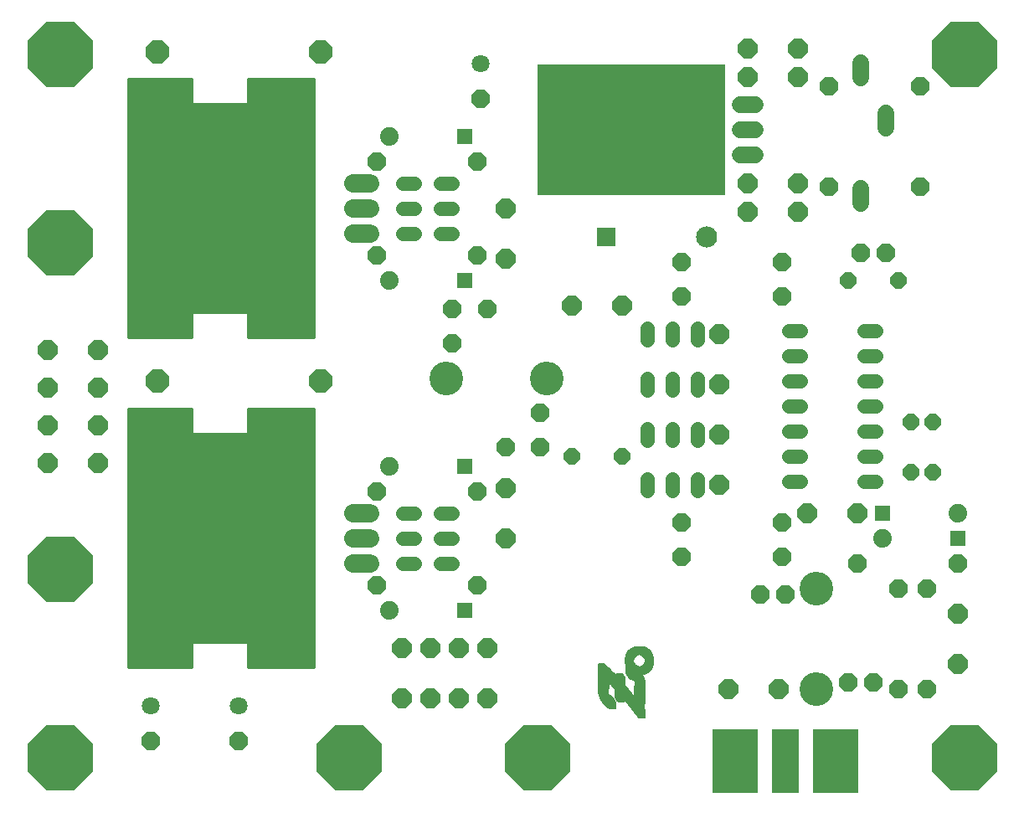
<source format=gts>
G75*
%MOIN*%
%OFA0B0*%
%FSLAX25Y25*%
%IPPOS*%
%LPD*%
%AMOC8*
5,1,8,0,0,1.08239X$1,22.5*
%
%ADD10C,0.05600*%
%ADD11OC8,0.07800*%
%ADD12C,0.06800*%
%ADD13R,0.62500X0.42500*%
%ADD14C,0.17800*%
%ADD15OC8,0.07400*%
%ADD16C,0.01200*%
%ADD17OC8,0.06400*%
%ADD18C,0.13398*%
%ADD19OC8,0.07100*%
%ADD20C,0.07100*%
%ADD21R,0.10800X0.25800*%
%ADD22R,0.18300X0.25800*%
%ADD23OC8,0.09400*%
%ADD24OC8,0.26200*%
%ADD25OC8,0.04562*%
%ADD26R,0.06400X0.06400*%
%ADD27C,0.07400*%
%ADD28C,0.07400*%
%ADD29C,0.19300*%
%ADD30R,0.75000X0.52000*%
%ADD31C,0.08400*%
%ADD32R,0.07800X0.07800*%
%ADD33C,0.00500*%
D10*
X0154100Y0155350D02*
X0158900Y0155350D01*
X0158900Y0165350D02*
X0154100Y0165350D01*
X0154100Y0175350D02*
X0158900Y0175350D01*
X0169100Y0175350D02*
X0173900Y0175350D01*
X0173900Y0165350D02*
X0169100Y0165350D01*
X0169100Y0155350D02*
X0173900Y0155350D01*
X0251500Y0184200D02*
X0251500Y0189000D01*
X0261500Y0189000D02*
X0261500Y0184200D01*
X0271500Y0184200D02*
X0271500Y0189000D01*
X0271500Y0204200D02*
X0271500Y0209000D01*
X0261500Y0209000D02*
X0261500Y0204200D01*
X0251500Y0204200D02*
X0251500Y0209000D01*
X0251500Y0224200D02*
X0251500Y0229000D01*
X0261500Y0229000D02*
X0261500Y0224200D01*
X0271500Y0224200D02*
X0271500Y0229000D01*
X0271500Y0244200D02*
X0271500Y0249000D01*
X0261500Y0249000D02*
X0261500Y0244200D01*
X0251500Y0244200D02*
X0251500Y0249000D01*
X0307850Y0247850D02*
X0312650Y0247850D01*
X0312650Y0237850D02*
X0307850Y0237850D01*
X0307850Y0227850D02*
X0312650Y0227850D01*
X0312650Y0217850D02*
X0307850Y0217850D01*
X0307850Y0207850D02*
X0312650Y0207850D01*
X0312650Y0197850D02*
X0307850Y0197850D01*
X0307850Y0187850D02*
X0312650Y0187850D01*
X0337850Y0187850D02*
X0342650Y0187850D01*
X0342650Y0197850D02*
X0337850Y0197850D01*
X0337850Y0207850D02*
X0342650Y0207850D01*
X0342650Y0217850D02*
X0337850Y0217850D01*
X0337850Y0227850D02*
X0342650Y0227850D01*
X0342650Y0237850D02*
X0337850Y0237850D01*
X0337850Y0247850D02*
X0342650Y0247850D01*
X0173900Y0286600D02*
X0169100Y0286600D01*
X0169100Y0296600D02*
X0173900Y0296600D01*
X0173900Y0306600D02*
X0169100Y0306600D01*
X0158900Y0306600D02*
X0154100Y0306600D01*
X0154100Y0296600D02*
X0158900Y0296600D01*
X0158900Y0286600D02*
X0154100Y0286600D01*
D11*
X0195250Y0276600D03*
X0195250Y0296600D03*
X0221500Y0257850D03*
X0241500Y0257850D03*
X0280250Y0246600D03*
X0280250Y0226600D03*
X0280250Y0206600D03*
X0280250Y0186600D03*
X0315250Y0175350D03*
X0335250Y0175350D03*
X0375250Y0135350D03*
X0375250Y0115350D03*
X0304000Y0105350D03*
X0284000Y0105350D03*
X0195250Y0165350D03*
X0195250Y0185350D03*
X0187750Y0121600D03*
X0176500Y0121600D03*
X0165250Y0121600D03*
X0154000Y0121600D03*
X0154000Y0101600D03*
X0165250Y0101600D03*
X0176500Y0101600D03*
X0187750Y0101600D03*
X0032750Y0195350D03*
X0032750Y0210350D03*
X0032750Y0225350D03*
X0032750Y0240350D03*
X0012750Y0240350D03*
X0012750Y0225350D03*
X0012750Y0210350D03*
X0012750Y0195350D03*
X0291500Y0295350D03*
X0291500Y0306600D03*
X0311500Y0306600D03*
X0311500Y0295350D03*
X0311500Y0349100D03*
X0311500Y0360350D03*
X0291500Y0360350D03*
X0291500Y0349100D03*
D12*
X0294500Y0337850D02*
X0288500Y0337850D01*
X0288500Y0327850D02*
X0294500Y0327850D01*
X0294500Y0317850D02*
X0288500Y0317850D01*
X0336500Y0304600D02*
X0336500Y0298600D01*
X0346500Y0328600D02*
X0346500Y0334600D01*
X0336500Y0348600D02*
X0336500Y0354600D01*
D13*
X0247750Y0327850D03*
D14*
X0230000Y0327850D03*
D15*
X0184000Y0315350D03*
X0144000Y0315350D03*
X0144000Y0277850D03*
X0174000Y0256600D03*
X0187750Y0256600D03*
X0174000Y0242850D03*
X0209000Y0215350D03*
X0209000Y0201600D03*
X0195250Y0201600D03*
X0184000Y0184100D03*
X0144000Y0184100D03*
X0144000Y0146600D03*
X0184000Y0146600D03*
X0265250Y0157850D03*
X0265250Y0171600D03*
X0296500Y0142850D03*
X0306500Y0142850D03*
X0305250Y0157850D03*
X0305250Y0171600D03*
X0335250Y0155350D03*
X0351500Y0145350D03*
X0362750Y0145350D03*
X0375250Y0155350D03*
X0362750Y0105350D03*
X0351500Y0105350D03*
X0341500Y0107850D03*
X0331500Y0107850D03*
X0305250Y0261600D03*
X0305250Y0275350D03*
X0336500Y0279100D03*
X0346500Y0279100D03*
X0360250Y0305350D03*
X0324000Y0305350D03*
X0324000Y0345350D03*
X0360250Y0345350D03*
X0265250Y0275350D03*
X0265250Y0261600D03*
X0184000Y0277850D03*
D16*
X0119000Y0277384D02*
X0045250Y0277384D01*
X0045250Y0278582D02*
X0119000Y0278582D01*
X0119000Y0279781D02*
X0045250Y0279781D01*
X0045250Y0280979D02*
X0119000Y0280979D01*
X0119000Y0282178D02*
X0045250Y0282178D01*
X0045250Y0283376D02*
X0119000Y0283376D01*
X0119000Y0284575D02*
X0045250Y0284575D01*
X0045250Y0285773D02*
X0119000Y0285773D01*
X0119000Y0286972D02*
X0045250Y0286972D01*
X0045250Y0288170D02*
X0119000Y0288170D01*
X0119000Y0289369D02*
X0045250Y0289369D01*
X0045250Y0290567D02*
X0119000Y0290567D01*
X0119000Y0291766D02*
X0045250Y0291766D01*
X0045250Y0292964D02*
X0119000Y0292964D01*
X0119000Y0294163D02*
X0045250Y0294163D01*
X0045250Y0295361D02*
X0119000Y0295361D01*
X0119000Y0296560D02*
X0045250Y0296560D01*
X0045250Y0297758D02*
X0119000Y0297758D01*
X0119000Y0298957D02*
X0045250Y0298957D01*
X0045250Y0300155D02*
X0119000Y0300155D01*
X0119000Y0301354D02*
X0045250Y0301354D01*
X0045250Y0302552D02*
X0119000Y0302552D01*
X0119000Y0303751D02*
X0045250Y0303751D01*
X0045250Y0304949D02*
X0119000Y0304949D01*
X0119000Y0306148D02*
X0045250Y0306148D01*
X0045250Y0307346D02*
X0119000Y0307346D01*
X0119000Y0308545D02*
X0045250Y0308545D01*
X0045250Y0309743D02*
X0119000Y0309743D01*
X0119000Y0310942D02*
X0045250Y0310942D01*
X0045250Y0312140D02*
X0119000Y0312140D01*
X0119000Y0313339D02*
X0045250Y0313339D01*
X0045250Y0314537D02*
X0119000Y0314537D01*
X0119000Y0315736D02*
X0045250Y0315736D01*
X0045250Y0316934D02*
X0119000Y0316934D01*
X0119000Y0318133D02*
X0045250Y0318133D01*
X0045250Y0319331D02*
X0119000Y0319331D01*
X0119000Y0320530D02*
X0045250Y0320530D01*
X0045250Y0321728D02*
X0119000Y0321728D01*
X0119000Y0322927D02*
X0045250Y0322927D01*
X0045250Y0324125D02*
X0119000Y0324125D01*
X0119000Y0325324D02*
X0045250Y0325324D01*
X0045250Y0326522D02*
X0119000Y0326522D01*
X0119000Y0327721D02*
X0045250Y0327721D01*
X0045250Y0328920D02*
X0119000Y0328920D01*
X0119000Y0330118D02*
X0045250Y0330118D01*
X0045250Y0331317D02*
X0119000Y0331317D01*
X0119000Y0332515D02*
X0045250Y0332515D01*
X0045250Y0333714D02*
X0119000Y0333714D01*
X0119000Y0334912D02*
X0045250Y0334912D01*
X0045250Y0336111D02*
X0119000Y0336111D01*
X0119000Y0337309D02*
X0045250Y0337309D01*
X0045250Y0338508D02*
X0070250Y0338508D01*
X0070250Y0337850D02*
X0092750Y0337850D01*
X0092750Y0347850D01*
X0119000Y0347850D01*
X0119000Y0245350D01*
X0092750Y0245350D01*
X0092750Y0255350D01*
X0070250Y0255350D01*
X0070250Y0245350D01*
X0045250Y0245350D01*
X0045250Y0347850D01*
X0070250Y0347850D01*
X0070250Y0337850D01*
X0070250Y0339706D02*
X0045250Y0339706D01*
X0045250Y0340905D02*
X0070250Y0340905D01*
X0070250Y0342103D02*
X0045250Y0342103D01*
X0045250Y0343302D02*
X0070250Y0343302D01*
X0070250Y0344500D02*
X0045250Y0344500D01*
X0045250Y0345699D02*
X0070250Y0345699D01*
X0070250Y0346897D02*
X0045250Y0346897D01*
X0092750Y0346897D02*
X0119000Y0346897D01*
X0119000Y0345699D02*
X0092750Y0345699D01*
X0092750Y0344500D02*
X0119000Y0344500D01*
X0119000Y0343302D02*
X0092750Y0343302D01*
X0092750Y0342103D02*
X0119000Y0342103D01*
X0119000Y0340905D02*
X0092750Y0340905D01*
X0092750Y0339706D02*
X0119000Y0339706D01*
X0119000Y0338508D02*
X0092750Y0338508D01*
X0119000Y0276185D02*
X0045250Y0276185D01*
X0045250Y0274987D02*
X0119000Y0274987D01*
X0119000Y0273788D02*
X0045250Y0273788D01*
X0045250Y0272589D02*
X0119000Y0272589D01*
X0119000Y0271391D02*
X0045250Y0271391D01*
X0045250Y0270192D02*
X0119000Y0270192D01*
X0119000Y0268994D02*
X0045250Y0268994D01*
X0045250Y0267795D02*
X0119000Y0267795D01*
X0119000Y0266597D02*
X0045250Y0266597D01*
X0045250Y0265398D02*
X0119000Y0265398D01*
X0119000Y0264200D02*
X0045250Y0264200D01*
X0045250Y0263001D02*
X0119000Y0263001D01*
X0119000Y0261803D02*
X0045250Y0261803D01*
X0045250Y0260604D02*
X0119000Y0260604D01*
X0119000Y0259406D02*
X0045250Y0259406D01*
X0045250Y0258207D02*
X0119000Y0258207D01*
X0119000Y0257009D02*
X0045250Y0257009D01*
X0045250Y0255810D02*
X0119000Y0255810D01*
X0119000Y0254612D02*
X0092750Y0254612D01*
X0092750Y0253413D02*
X0119000Y0253413D01*
X0119000Y0252215D02*
X0092750Y0252215D01*
X0092750Y0251016D02*
X0119000Y0251016D01*
X0119000Y0249818D02*
X0092750Y0249818D01*
X0092750Y0248619D02*
X0119000Y0248619D01*
X0119000Y0247421D02*
X0092750Y0247421D01*
X0092750Y0246222D02*
X0119000Y0246222D01*
X0119000Y0216600D02*
X0092750Y0216600D01*
X0092750Y0206600D01*
X0070250Y0206600D01*
X0070250Y0216600D01*
X0045250Y0216600D01*
X0045250Y0114100D01*
X0070250Y0114100D01*
X0070250Y0124100D01*
X0092750Y0124100D01*
X0092750Y0114100D01*
X0119000Y0114100D01*
X0119000Y0216600D01*
X0119000Y0216259D02*
X0092750Y0216259D01*
X0092750Y0215061D02*
X0119000Y0215061D01*
X0119000Y0213862D02*
X0092750Y0213862D01*
X0092750Y0212664D02*
X0119000Y0212664D01*
X0119000Y0211465D02*
X0092750Y0211465D01*
X0092750Y0210267D02*
X0119000Y0210267D01*
X0119000Y0209068D02*
X0092750Y0209068D01*
X0092750Y0207870D02*
X0119000Y0207870D01*
X0119000Y0206671D02*
X0092750Y0206671D01*
X0070250Y0206671D02*
X0045250Y0206671D01*
X0045250Y0205473D02*
X0119000Y0205473D01*
X0119000Y0204274D02*
X0045250Y0204274D01*
X0045250Y0203076D02*
X0119000Y0203076D01*
X0119000Y0201877D02*
X0045250Y0201877D01*
X0045250Y0200679D02*
X0119000Y0200679D01*
X0119000Y0199480D02*
X0045250Y0199480D01*
X0045250Y0198282D02*
X0119000Y0198282D01*
X0119000Y0197083D02*
X0045250Y0197083D01*
X0045250Y0195885D02*
X0119000Y0195885D01*
X0119000Y0194686D02*
X0045250Y0194686D01*
X0045250Y0193488D02*
X0119000Y0193488D01*
X0119000Y0192289D02*
X0045250Y0192289D01*
X0045250Y0191091D02*
X0119000Y0191091D01*
X0119000Y0189892D02*
X0045250Y0189892D01*
X0045250Y0188694D02*
X0119000Y0188694D01*
X0119000Y0187495D02*
X0045250Y0187495D01*
X0045250Y0186297D02*
X0119000Y0186297D01*
X0119000Y0185098D02*
X0045250Y0185098D01*
X0045250Y0183900D02*
X0119000Y0183900D01*
X0119000Y0182701D02*
X0045250Y0182701D01*
X0045250Y0181503D02*
X0119000Y0181503D01*
X0119000Y0180304D02*
X0045250Y0180304D01*
X0045250Y0179106D02*
X0119000Y0179106D01*
X0119000Y0177907D02*
X0045250Y0177907D01*
X0045250Y0176709D02*
X0119000Y0176709D01*
X0119000Y0175510D02*
X0045250Y0175510D01*
X0045250Y0174312D02*
X0119000Y0174312D01*
X0119000Y0173113D02*
X0045250Y0173113D01*
X0045250Y0171915D02*
X0119000Y0171915D01*
X0119000Y0170716D02*
X0045250Y0170716D01*
X0045250Y0169518D02*
X0119000Y0169518D01*
X0119000Y0168319D02*
X0045250Y0168319D01*
X0045250Y0167120D02*
X0119000Y0167120D01*
X0119000Y0165922D02*
X0045250Y0165922D01*
X0045250Y0164723D02*
X0119000Y0164723D01*
X0119000Y0163525D02*
X0045250Y0163525D01*
X0045250Y0162326D02*
X0119000Y0162326D01*
X0119000Y0161128D02*
X0045250Y0161128D01*
X0045250Y0159929D02*
X0119000Y0159929D01*
X0119000Y0158731D02*
X0045250Y0158731D01*
X0045250Y0157532D02*
X0119000Y0157532D01*
X0119000Y0156334D02*
X0045250Y0156334D01*
X0045250Y0155135D02*
X0119000Y0155135D01*
X0119000Y0153937D02*
X0045250Y0153937D01*
X0045250Y0152738D02*
X0119000Y0152738D01*
X0119000Y0151540D02*
X0045250Y0151540D01*
X0045250Y0150341D02*
X0119000Y0150341D01*
X0119000Y0149143D02*
X0045250Y0149143D01*
X0045250Y0147944D02*
X0119000Y0147944D01*
X0119000Y0146746D02*
X0045250Y0146746D01*
X0045250Y0145547D02*
X0119000Y0145547D01*
X0119000Y0144349D02*
X0045250Y0144349D01*
X0045250Y0143150D02*
X0119000Y0143150D01*
X0119000Y0141952D02*
X0045250Y0141952D01*
X0045250Y0140753D02*
X0119000Y0140753D01*
X0119000Y0139555D02*
X0045250Y0139555D01*
X0045250Y0138356D02*
X0119000Y0138356D01*
X0119000Y0137158D02*
X0045250Y0137158D01*
X0045250Y0135959D02*
X0119000Y0135959D01*
X0119000Y0134761D02*
X0045250Y0134761D01*
X0045250Y0133562D02*
X0119000Y0133562D01*
X0119000Y0132364D02*
X0045250Y0132364D01*
X0045250Y0131165D02*
X0119000Y0131165D01*
X0119000Y0129967D02*
X0045250Y0129967D01*
X0045250Y0128768D02*
X0119000Y0128768D01*
X0119000Y0127570D02*
X0045250Y0127570D01*
X0045250Y0126371D02*
X0119000Y0126371D01*
X0119000Y0125173D02*
X0045250Y0125173D01*
X0045250Y0123974D02*
X0070250Y0123974D01*
X0070250Y0122776D02*
X0045250Y0122776D01*
X0045250Y0121577D02*
X0070250Y0121577D01*
X0070250Y0120379D02*
X0045250Y0120379D01*
X0045250Y0119180D02*
X0070250Y0119180D01*
X0070250Y0117982D02*
X0045250Y0117982D01*
X0045250Y0116783D02*
X0070250Y0116783D01*
X0070250Y0115584D02*
X0045250Y0115584D01*
X0045250Y0114386D02*
X0070250Y0114386D01*
X0092750Y0114386D02*
X0119000Y0114386D01*
X0119000Y0115584D02*
X0092750Y0115584D01*
X0092750Y0116783D02*
X0119000Y0116783D01*
X0119000Y0117982D02*
X0092750Y0117982D01*
X0092750Y0119180D02*
X0119000Y0119180D01*
X0119000Y0120379D02*
X0092750Y0120379D01*
X0092750Y0121577D02*
X0119000Y0121577D01*
X0119000Y0122776D02*
X0092750Y0122776D01*
X0092750Y0123974D02*
X0119000Y0123974D01*
X0070250Y0207870D02*
X0045250Y0207870D01*
X0045250Y0209068D02*
X0070250Y0209068D01*
X0070250Y0210267D02*
X0045250Y0210267D01*
X0045250Y0211465D02*
X0070250Y0211465D01*
X0070250Y0212664D02*
X0045250Y0212664D01*
X0045250Y0213862D02*
X0070250Y0213862D01*
X0070250Y0215061D02*
X0045250Y0215061D01*
X0045250Y0216259D02*
X0070250Y0216259D01*
X0070250Y0246222D02*
X0045250Y0246222D01*
X0045250Y0247421D02*
X0070250Y0247421D01*
X0070250Y0248619D02*
X0045250Y0248619D01*
X0045250Y0249818D02*
X0070250Y0249818D01*
X0070250Y0251016D02*
X0045250Y0251016D01*
X0045250Y0252215D02*
X0070250Y0252215D01*
X0070250Y0253413D02*
X0045250Y0253413D01*
X0045250Y0254612D02*
X0070250Y0254612D01*
D17*
X0221500Y0197850D03*
X0241500Y0197850D03*
X0331500Y0267850D03*
X0351500Y0267850D03*
X0356500Y0211600D03*
X0365250Y0211600D03*
X0365250Y0191600D03*
X0356500Y0191600D03*
D18*
X0319000Y0145350D03*
X0319000Y0105350D03*
X0211500Y0229100D03*
X0171500Y0229100D03*
D19*
X0185250Y0340225D03*
X0089000Y0084600D03*
X0054000Y0084600D03*
D20*
X0054000Y0098600D03*
X0089000Y0098600D03*
X0185250Y0354225D03*
D21*
X0306500Y0076600D03*
D22*
X0286500Y0076600D03*
X0326500Y0076600D03*
D23*
X0121500Y0227850D03*
X0056500Y0227850D03*
X0056500Y0359100D03*
X0121500Y0359100D03*
D24*
X0017750Y0357850D03*
X0017750Y0282850D03*
X0017750Y0152850D03*
X0017750Y0077850D03*
X0132750Y0077850D03*
X0207750Y0077850D03*
X0377750Y0077850D03*
X0377750Y0357850D03*
D25*
X0017750Y0067850D03*
X0010875Y0070975D03*
X0007750Y0077850D03*
X0010875Y0084725D03*
X0017750Y0087850D03*
X0024625Y0084725D03*
X0027750Y0077850D03*
X0024625Y0070975D03*
X0017750Y0142850D03*
X0010875Y0145975D03*
X0007750Y0152850D03*
X0010875Y0159725D03*
X0017750Y0162850D03*
X0024625Y0159725D03*
X0027750Y0152850D03*
X0024625Y0145975D03*
X0125875Y0084725D03*
X0122750Y0077850D03*
X0125875Y0070975D03*
X0132750Y0067850D03*
X0139625Y0070975D03*
X0142750Y0077850D03*
X0139625Y0084725D03*
X0132750Y0087850D03*
X0197750Y0077850D03*
X0200875Y0070975D03*
X0207750Y0067850D03*
X0214625Y0070975D03*
X0217750Y0077850D03*
X0214625Y0084725D03*
X0207750Y0087850D03*
X0200875Y0084725D03*
X0367750Y0077850D03*
X0370875Y0070975D03*
X0377750Y0067850D03*
X0384625Y0070975D03*
X0387750Y0077850D03*
X0384625Y0084725D03*
X0377750Y0087850D03*
X0370875Y0084725D03*
X0377750Y0347850D03*
X0370875Y0350975D03*
X0367750Y0357850D03*
X0370875Y0364725D03*
X0377750Y0367850D03*
X0384625Y0364725D03*
X0387750Y0357850D03*
X0384625Y0350975D03*
X0027750Y0357850D03*
X0024625Y0350975D03*
X0017750Y0347850D03*
X0010875Y0350975D03*
X0007750Y0357850D03*
X0010875Y0364725D03*
X0017750Y0367850D03*
X0024625Y0364725D03*
X0017750Y0292850D03*
X0010875Y0289725D03*
X0007750Y0282850D03*
X0010875Y0275975D03*
X0017750Y0272850D03*
X0024625Y0275975D03*
X0027750Y0282850D03*
X0024625Y0289725D03*
D26*
X0179000Y0267850D03*
X0179000Y0325350D03*
X0179000Y0194100D03*
X0179000Y0136600D03*
X0345250Y0175350D03*
X0375250Y0165350D03*
D27*
X0375250Y0175350D03*
X0345250Y0165350D03*
X0149000Y0136600D03*
X0149000Y0194100D03*
X0149000Y0267850D03*
X0149000Y0325350D03*
D28*
X0141050Y0306600D02*
X0134450Y0306600D01*
X0134450Y0296600D02*
X0141050Y0296600D01*
X0141050Y0286600D02*
X0134450Y0286600D01*
X0134450Y0175350D02*
X0141050Y0175350D01*
X0141050Y0165350D02*
X0134450Y0165350D01*
X0134450Y0155350D02*
X0141050Y0155350D01*
D29*
X0069000Y0165350D03*
X0069000Y0296600D03*
D30*
X0245250Y0327850D03*
D31*
X0275250Y0285350D03*
D32*
X0235250Y0285350D03*
D33*
X0247200Y0121975D02*
X0249600Y0121975D01*
X0249675Y0121950D01*
X0249850Y0121950D01*
X0249950Y0121925D01*
X0250025Y0121925D01*
X0250125Y0121900D01*
X0250200Y0121875D01*
X0250300Y0121875D01*
X0250400Y0121850D01*
X0250475Y0121825D01*
X0250775Y0121750D01*
X0250850Y0121700D01*
X0250950Y0121675D01*
X0251050Y0121650D01*
X0251125Y0121600D01*
X0251225Y0121575D01*
X0251300Y0121525D01*
X0251400Y0121475D01*
X0251475Y0121450D01*
X0251575Y0121400D01*
X0251725Y0121300D01*
X0251825Y0121250D01*
X0251900Y0121200D01*
X0251975Y0121125D01*
X0252125Y0121025D01*
X0252200Y0120950D01*
X0252275Y0120900D01*
X0252425Y0120750D01*
X0252500Y0120700D01*
X0252575Y0120625D01*
X0252625Y0120550D01*
X0252700Y0120475D01*
X0252750Y0120400D01*
X0252825Y0120325D01*
X0252925Y0120175D01*
X0253000Y0120100D01*
X0253050Y0120000D01*
X0253150Y0119850D01*
X0253175Y0119775D01*
X0253225Y0119675D01*
X0253275Y0119600D01*
X0253325Y0119500D01*
X0253350Y0119425D01*
X0253400Y0119325D01*
X0253425Y0119250D01*
X0253450Y0119150D01*
X0253500Y0119050D01*
X0253525Y0118975D01*
X0253575Y0118775D01*
X0253600Y0118700D01*
X0253675Y0118400D01*
X0253675Y0118325D01*
X0253700Y0118225D01*
X0253700Y0118125D01*
X0253725Y0118025D01*
X0253725Y0117925D01*
X0253750Y0117825D01*
X0253750Y0116225D01*
X0250850Y0116225D01*
X0250850Y0116275D01*
X0250900Y0116425D01*
X0250925Y0116525D01*
X0250925Y0116575D01*
X0250950Y0116625D01*
X0250875Y0116925D01*
X0250850Y0117000D01*
X0250800Y0117200D01*
X0250750Y0117300D01*
X0250725Y0117375D01*
X0250675Y0117475D01*
X0250650Y0117575D01*
X0250600Y0117650D01*
X0250550Y0117750D01*
X0250450Y0117900D01*
X0250375Y0118000D01*
X0250325Y0118075D01*
X0250250Y0118150D01*
X0250200Y0118225D01*
X0250050Y0118375D01*
X0249975Y0118425D01*
X0249900Y0118500D01*
X0249825Y0118550D01*
X0249750Y0118625D01*
X0249675Y0118675D01*
X0249575Y0118725D01*
X0249500Y0118775D01*
X0249400Y0118825D01*
X0249325Y0118875D01*
X0249225Y0118925D01*
X0249150Y0118950D01*
X0249050Y0119000D01*
X0248850Y0119050D01*
X0248775Y0119075D01*
X0248475Y0119150D01*
X0248400Y0119175D01*
X0248350Y0119150D01*
X0248300Y0119150D01*
X0247900Y0119050D01*
X0247825Y0119025D01*
X0247725Y0118975D01*
X0247625Y0118950D01*
X0247550Y0118900D01*
X0247450Y0118850D01*
X0247375Y0118825D01*
X0247275Y0118775D01*
X0247125Y0118675D01*
X0247025Y0118600D01*
X0246950Y0118550D01*
X0246875Y0118475D01*
X0246800Y0118425D01*
X0246525Y0118150D01*
X0246475Y0118075D01*
X0246400Y0117975D01*
X0246250Y0117750D01*
X0246200Y0117650D01*
X0246150Y0117575D01*
X0246125Y0117475D01*
X0246075Y0117400D01*
X0246050Y0117325D01*
X0246000Y0117225D01*
X0245975Y0117150D01*
X0245950Y0117050D01*
X0245925Y0116975D01*
X0245900Y0116875D01*
X0245875Y0116800D01*
X0245850Y0116700D01*
X0245850Y0116625D01*
X0245875Y0116550D01*
X0245875Y0116450D01*
X0245900Y0116375D01*
X0245925Y0116275D01*
X0245950Y0116225D01*
X0243025Y0116225D01*
X0243025Y0117725D01*
X0243050Y0117825D01*
X0243050Y0118025D01*
X0243100Y0118225D01*
X0243100Y0118325D01*
X0243125Y0118425D01*
X0243150Y0118500D01*
X0243300Y0119100D01*
X0243325Y0119175D01*
X0243375Y0119275D01*
X0243400Y0119375D01*
X0243450Y0119450D01*
X0243500Y0119550D01*
X0243525Y0119650D01*
X0243575Y0119725D01*
X0243625Y0119825D01*
X0243725Y0119975D01*
X0243775Y0120075D01*
X0243850Y0120150D01*
X0243900Y0120225D01*
X0243950Y0120325D01*
X0244025Y0120400D01*
X0244075Y0120475D01*
X0244275Y0120675D01*
X0244350Y0120725D01*
X0244400Y0120800D01*
X0244475Y0120875D01*
X0244625Y0120975D01*
X0244700Y0121050D01*
X0244850Y0121150D01*
X0244925Y0121225D01*
X0245000Y0121275D01*
X0245100Y0121325D01*
X0245250Y0121425D01*
X0245350Y0121450D01*
X0245425Y0121500D01*
X0245525Y0121550D01*
X0245600Y0121575D01*
X0245700Y0121625D01*
X0245775Y0121650D01*
X0245825Y0121675D01*
X0250950Y0121675D01*
X0245825Y0121675D01*
X0245875Y0121700D01*
X0245975Y0121725D01*
X0246050Y0121750D01*
X0246350Y0121825D01*
X0246425Y0121850D01*
X0246625Y0121900D01*
X0246725Y0121900D01*
X0246825Y0121925D01*
X0246900Y0121925D01*
X0247000Y0121950D01*
X0247100Y0121950D01*
X0247200Y0121975D01*
X0245824Y0121674D02*
X0250953Y0121674D01*
X0251924Y0121176D02*
X0244876Y0121176D01*
X0244278Y0120677D02*
X0252523Y0120677D01*
X0252922Y0120179D02*
X0243869Y0120179D01*
X0243545Y0119680D02*
X0253222Y0119680D01*
X0253442Y0119182D02*
X0243328Y0119182D01*
X0243196Y0118683D02*
X0247137Y0118683D01*
X0246560Y0118185D02*
X0243090Y0118185D01*
X0243025Y0117686D02*
X0246218Y0117686D01*
X0245988Y0117188D02*
X0243025Y0117188D01*
X0243025Y0116689D02*
X0245850Y0116689D01*
X0245950Y0116225D02*
X0245950Y0116200D01*
X0245975Y0116100D01*
X0246025Y0116000D01*
X0246050Y0115925D01*
X0246075Y0115825D01*
X0246125Y0115750D01*
X0246175Y0115650D01*
X0246225Y0115575D01*
X0246275Y0115475D01*
X0246475Y0115175D01*
X0246550Y0115100D01*
X0246600Y0115025D01*
X0246750Y0114875D01*
X0246825Y0114825D01*
X0246900Y0114750D01*
X0247050Y0114650D01*
X0247125Y0114575D01*
X0247200Y0114525D01*
X0247300Y0114475D01*
X0247375Y0114425D01*
X0247475Y0114400D01*
X0247550Y0114350D01*
X0247650Y0114300D01*
X0247725Y0114275D01*
X0247825Y0114250D01*
X0247925Y0114200D01*
X0248000Y0114175D01*
X0248300Y0114100D01*
X0248475Y0114100D01*
X0248550Y0114125D01*
X0248750Y0114175D01*
X0248825Y0114200D01*
X0249025Y0114250D01*
X0249125Y0114300D01*
X0249200Y0114325D01*
X0249300Y0114375D01*
X0249375Y0114425D01*
X0249475Y0114475D01*
X0249625Y0114575D01*
X0249725Y0114625D01*
X0249800Y0114675D01*
X0249875Y0114750D01*
X0249950Y0114800D01*
X0250100Y0114950D01*
X0250175Y0115000D01*
X0250225Y0115075D01*
X0250300Y0115150D01*
X0250350Y0115225D01*
X0250400Y0115325D01*
X0250475Y0115400D01*
X0250575Y0115550D01*
X0250625Y0115650D01*
X0250650Y0115725D01*
X0250700Y0115825D01*
X0250725Y0115925D01*
X0250775Y0116000D01*
X0250800Y0116100D01*
X0250825Y0116175D01*
X0250850Y0116225D01*
X0253750Y0116225D01*
X0253750Y0115400D01*
X0253725Y0115300D01*
X0253725Y0115200D01*
X0253700Y0115100D01*
X0253700Y0115000D01*
X0253675Y0114925D01*
X0253650Y0114825D01*
X0253650Y0114725D01*
X0253575Y0114425D01*
X0253550Y0114350D01*
X0253500Y0114250D01*
X0253450Y0114050D01*
X0253400Y0113975D01*
X0253375Y0113875D01*
X0253325Y0113775D01*
X0253300Y0113700D01*
X0253250Y0113600D01*
X0253200Y0113525D01*
X0253150Y0113425D01*
X0253050Y0113275D01*
X0253000Y0113175D01*
X0252950Y0113100D01*
X0252875Y0113025D01*
X0252775Y0112875D01*
X0252700Y0112800D01*
X0252650Y0112725D01*
X0252225Y0112300D01*
X0252150Y0112250D01*
X0252075Y0112175D01*
X0251975Y0112125D01*
X0251750Y0111975D01*
X0251650Y0111925D01*
X0251575Y0111875D01*
X0251475Y0111825D01*
X0251325Y0111725D01*
X0251225Y0111700D01*
X0251125Y0111650D01*
X0251050Y0111625D01*
X0250950Y0111575D01*
X0250850Y0111550D01*
X0250775Y0111525D01*
X0250575Y0111475D01*
X0250500Y0111425D01*
X0250400Y0111425D01*
X0250100Y0111350D01*
X0250000Y0111350D01*
X0249925Y0111325D01*
X0249825Y0111300D01*
X0249625Y0111300D01*
X0249525Y0111275D01*
X0249175Y0111275D01*
X0249200Y0111200D01*
X0249250Y0111150D01*
X0249400Y0110925D01*
X0249450Y0110825D01*
X0249550Y0110675D01*
X0249600Y0110575D01*
X0249700Y0110425D01*
X0249750Y0110325D01*
X0249800Y0110250D01*
X0249825Y0110175D01*
X0249875Y0110075D01*
X0249925Y0110000D01*
X0249950Y0109900D01*
X0250000Y0109825D01*
X0250050Y0109725D01*
X0250075Y0109650D01*
X0250125Y0109550D01*
X0250150Y0109450D01*
X0250175Y0109375D01*
X0250225Y0109275D01*
X0250250Y0109175D01*
X0250275Y0109100D01*
X0250300Y0109000D01*
X0250350Y0108900D01*
X0250425Y0108600D01*
X0250450Y0108525D01*
X0250450Y0108425D01*
X0250525Y0108125D01*
X0250525Y0108025D01*
X0250550Y0107925D01*
X0250550Y0107825D01*
X0250575Y0107725D01*
X0250575Y0107525D01*
X0250600Y0107425D01*
X0250600Y0104600D01*
X0250575Y0104500D01*
X0250575Y0103925D01*
X0250550Y0103825D01*
X0250550Y0103350D01*
X0250525Y0103250D01*
X0250525Y0102650D01*
X0250500Y0102575D01*
X0250500Y0101975D01*
X0250475Y0101875D01*
X0250475Y0101300D01*
X0250450Y0101200D01*
X0250450Y0100800D01*
X0250425Y0100700D01*
X0250425Y0100300D01*
X0250400Y0100200D01*
X0250400Y0100000D01*
X0250375Y0099900D01*
X0250375Y0099525D01*
X0250350Y0099425D01*
X0250350Y0098925D01*
X0250325Y0098825D01*
X0250325Y0097475D01*
X0250350Y0097400D01*
X0250350Y0097200D01*
X0250375Y0097125D01*
X0250375Y0097025D01*
X0250400Y0096950D01*
X0250400Y0096850D01*
X0250425Y0096750D01*
X0250425Y0096675D01*
X0250475Y0096475D01*
X0250500Y0096400D01*
X0250500Y0096300D01*
X0250525Y0096200D01*
X0250575Y0096050D01*
X0250575Y0095975D01*
X0250600Y0095925D01*
X0250600Y0094175D01*
X0250525Y0093950D01*
X0250475Y0093900D01*
X0250400Y0093875D01*
X0250350Y0093850D01*
X0248775Y0093850D01*
X0248575Y0093900D01*
X0248425Y0094000D01*
X0248375Y0094050D01*
X0248300Y0094100D01*
X0248250Y0094150D01*
X0248175Y0094200D01*
X0248125Y0094275D01*
X0247975Y0094425D01*
X0247925Y0094500D01*
X0247850Y0094575D01*
X0247750Y0094725D01*
X0247675Y0094800D01*
X0247625Y0094875D01*
X0247550Y0094950D01*
X0247450Y0095100D01*
X0247375Y0095200D01*
X0247275Y0095350D01*
X0247200Y0095425D01*
X0247100Y0095575D01*
X0247025Y0095650D01*
X0246975Y0095725D01*
X0246900Y0095825D01*
X0246800Y0095975D01*
X0246725Y0096050D01*
X0246675Y0096125D01*
X0246600Y0096200D01*
X0246550Y0096275D01*
X0246500Y0096375D01*
X0246425Y0096450D01*
X0246375Y0096525D01*
X0246300Y0096600D01*
X0246250Y0096675D01*
X0246175Y0096750D01*
X0246075Y0096900D01*
X0246000Y0097000D01*
X0245950Y0097075D01*
X0245875Y0097150D01*
X0245825Y0097225D01*
X0245750Y0097300D01*
X0245650Y0097450D01*
X0245575Y0097525D01*
X0245525Y0097625D01*
X0245450Y0097700D01*
X0245400Y0097775D01*
X0245325Y0097850D01*
X0245275Y0097925D01*
X0245200Y0098000D01*
X0245150Y0098075D01*
X0245075Y0098150D01*
X0245025Y0098250D01*
X0244950Y0098325D01*
X0244900Y0098400D01*
X0244825Y0098475D01*
X0244725Y0098625D01*
X0244650Y0098700D01*
X0244600Y0098775D01*
X0244525Y0098850D01*
X0244475Y0098925D01*
X0244400Y0099000D01*
X0244350Y0099100D01*
X0244275Y0099175D01*
X0244225Y0099250D01*
X0244150Y0099325D01*
X0244100Y0099400D01*
X0244025Y0099475D01*
X0243975Y0099550D01*
X0243900Y0099625D01*
X0243850Y0099700D01*
X0243775Y0099775D01*
X0243725Y0099850D01*
X0243650Y0099925D01*
X0243600Y0100000D01*
X0243525Y0100075D01*
X0243475Y0100175D01*
X0243400Y0100250D01*
X0243350Y0100325D01*
X0243275Y0100400D01*
X0243225Y0100475D01*
X0243150Y0100550D01*
X0243100Y0100625D01*
X0242950Y0100775D01*
X0242900Y0100850D01*
X0242825Y0100925D01*
X0242775Y0101000D01*
X0242700Y0101075D01*
X0242650Y0101150D01*
X0242575Y0101225D01*
X0242525Y0101300D01*
X0242450Y0101375D01*
X0242400Y0101450D01*
X0242325Y0101525D01*
X0242300Y0101575D01*
X0242250Y0101625D01*
X0242250Y0100600D01*
X0242225Y0100550D01*
X0242175Y0100475D01*
X0242125Y0100425D01*
X0242050Y0100375D01*
X0241975Y0100350D01*
X0240325Y0100350D01*
X0240225Y0100375D01*
X0240150Y0100400D01*
X0240075Y0100450D01*
X0239975Y0100475D01*
X0239825Y0100575D01*
X0239775Y0100650D01*
X0239700Y0100700D01*
X0239625Y0100775D01*
X0239575Y0100850D01*
X0239500Y0100925D01*
X0239400Y0101075D01*
X0239325Y0101150D01*
X0239300Y0101225D01*
X0239250Y0101325D01*
X0239200Y0101400D01*
X0239175Y0101500D01*
X0239125Y0101600D01*
X0239100Y0101675D01*
X0239050Y0101875D01*
X0239025Y0101950D01*
X0239000Y0102050D01*
X0239000Y0102150D01*
X0238975Y0102250D01*
X0238975Y0105400D01*
X0238900Y0105450D01*
X0238850Y0105525D01*
X0238600Y0105775D01*
X0238550Y0105850D01*
X0238475Y0105925D01*
X0238400Y0105975D01*
X0238325Y0106050D01*
X0238275Y0106125D01*
X0238050Y0106350D01*
X0238000Y0106425D01*
X0237925Y0106500D01*
X0237850Y0106550D01*
X0237700Y0106700D01*
X0237650Y0106775D01*
X0237500Y0106925D01*
X0237425Y0106975D01*
X0237375Y0107050D01*
X0237150Y0107275D01*
X0237100Y0107350D01*
X0237025Y0107400D01*
X0236800Y0107625D01*
X0236750Y0107700D01*
X0236675Y0107775D01*
X0236600Y0107825D01*
X0236450Y0107975D01*
X0236400Y0108050D01*
X0236325Y0108100D01*
X0236250Y0108175D01*
X0236200Y0108250D01*
X0236200Y0108175D01*
X0236175Y0108075D01*
X0236175Y0107700D01*
X0236150Y0107600D01*
X0236150Y0107200D01*
X0236125Y0107100D01*
X0236125Y0106825D01*
X0236100Y0106725D01*
X0236100Y0106525D01*
X0236075Y0106425D01*
X0236075Y0106150D01*
X0236050Y0106050D01*
X0236050Y0105675D01*
X0236025Y0105575D01*
X0236025Y0105275D01*
X0236000Y0105175D01*
X0236000Y0104900D01*
X0235975Y0104800D01*
X0235975Y0104425D01*
X0235950Y0104325D01*
X0235950Y0103950D01*
X0235925Y0103850D01*
X0235925Y0103650D01*
X0235950Y0103575D01*
X0235950Y0103475D01*
X0236000Y0103275D01*
X0236025Y0103200D01*
X0236050Y0103100D01*
X0236100Y0103025D01*
X0236175Y0102950D01*
X0236225Y0102875D01*
X0236300Y0102825D01*
X0236400Y0102775D01*
X0236625Y0102700D01*
X0236700Y0102650D01*
X0236800Y0102625D01*
X0236875Y0102600D01*
X0236975Y0102575D01*
X0237350Y0102325D01*
X0237725Y0101950D01*
X0237875Y0101725D01*
X0237925Y0101675D01*
X0238025Y0101525D01*
X0238075Y0101425D01*
X0238175Y0101275D01*
X0238225Y0101175D01*
X0238325Y0101025D01*
X0238375Y0100925D01*
X0238400Y0100850D01*
X0238450Y0100750D01*
X0238500Y0100675D01*
X0238525Y0100575D01*
X0238575Y0100500D01*
X0238600Y0100400D01*
X0238650Y0100325D01*
X0238700Y0100125D01*
X0238725Y0100050D01*
X0238825Y0099650D01*
X0238825Y0097875D01*
X0238775Y0097800D01*
X0238750Y0097725D01*
X0238600Y0097625D01*
X0236875Y0097625D01*
X0236575Y0097700D01*
X0236500Y0097725D01*
X0236400Y0097775D01*
X0236300Y0097800D01*
X0236150Y0097900D01*
X0236050Y0097950D01*
X0235900Y0098050D01*
X0235800Y0098100D01*
X0235725Y0098175D01*
X0235575Y0098275D01*
X0235500Y0098350D01*
X0235425Y0098400D01*
X0235350Y0098475D01*
X0235275Y0098525D01*
X0235200Y0098600D01*
X0235125Y0098650D01*
X0234700Y0099075D01*
X0234650Y0099150D01*
X0234450Y0099350D01*
X0234400Y0099425D01*
X0234325Y0099500D01*
X0234275Y0099575D01*
X0234200Y0099675D01*
X0234150Y0099750D01*
X0234075Y0099825D01*
X0233975Y0099975D01*
X0233900Y0100050D01*
X0233850Y0100150D01*
X0233700Y0100375D01*
X0233625Y0100475D01*
X0233525Y0100625D01*
X0233475Y0100725D01*
X0233425Y0100800D01*
X0233375Y0100900D01*
X0233325Y0100975D01*
X0233300Y0101050D01*
X0233250Y0101150D01*
X0233200Y0101225D01*
X0233150Y0101325D01*
X0233100Y0101400D01*
X0233075Y0101500D01*
X0233025Y0101575D01*
X0232975Y0101675D01*
X0232950Y0101775D01*
X0232900Y0101850D01*
X0232875Y0101950D01*
X0232825Y0102025D01*
X0232800Y0102125D01*
X0232750Y0102225D01*
X0232725Y0102300D01*
X0232700Y0102400D01*
X0232650Y0102500D01*
X0232625Y0102600D01*
X0232600Y0102675D01*
X0232550Y0102775D01*
X0232525Y0102875D01*
X0232500Y0102950D01*
X0232400Y0103350D01*
X0232375Y0103425D01*
X0232300Y0103725D01*
X0232300Y0103825D01*
X0232275Y0103925D01*
X0232250Y0104000D01*
X0232225Y0104100D01*
X0232225Y0104200D01*
X0232200Y0104300D01*
X0232200Y0104400D01*
X0232175Y0104500D01*
X0232175Y0104575D01*
X0232150Y0104675D01*
X0232150Y0104875D01*
X0232125Y0104975D01*
X0232125Y0105175D01*
X0232100Y0105250D01*
X0232100Y0107900D01*
X0232125Y0108000D01*
X0232125Y0108375D01*
X0232150Y0108475D01*
X0232150Y0108775D01*
X0232175Y0108875D01*
X0232175Y0109175D01*
X0232200Y0109250D01*
X0232200Y0109550D01*
X0232225Y0109650D01*
X0232225Y0109950D01*
X0232250Y0110050D01*
X0232250Y0110325D01*
X0232275Y0110425D01*
X0232275Y0110725D01*
X0232300Y0110825D01*
X0232300Y0111125D01*
X0232325Y0111225D01*
X0232325Y0111600D01*
X0232350Y0111700D01*
X0232350Y0112100D01*
X0232375Y0112175D01*
X0232375Y0112275D01*
X0232350Y0112350D01*
X0232350Y0112450D01*
X0232275Y0112750D01*
X0232250Y0112825D01*
X0232200Y0112925D01*
X0232175Y0113000D01*
X0232175Y0113100D01*
X0232125Y0113250D01*
X0232125Y0113350D01*
X0232100Y0113450D01*
X0232100Y0115100D01*
X0232150Y0115250D01*
X0232200Y0115325D01*
X0232250Y0115375D01*
X0232325Y0115425D01*
X0233975Y0115425D01*
X0234025Y0115400D01*
X0234100Y0115350D01*
X0234200Y0115325D01*
X0234275Y0115250D01*
X0234500Y0115100D01*
X0234575Y0115025D01*
X0234650Y0114975D01*
X0234725Y0114900D01*
X0234800Y0114850D01*
X0234950Y0114700D01*
X0235025Y0114650D01*
X0235075Y0114575D01*
X0235150Y0114500D01*
X0235225Y0114450D01*
X0235375Y0114300D01*
X0235450Y0114250D01*
X0235675Y0114025D01*
X0235750Y0113975D01*
X0235825Y0113900D01*
X0235875Y0113825D01*
X0235950Y0113775D01*
X0236175Y0113550D01*
X0236250Y0113500D01*
X0236400Y0113350D01*
X0236450Y0113275D01*
X0236525Y0113225D01*
X0236750Y0113000D01*
X0236825Y0112950D01*
X0236875Y0112875D01*
X0237025Y0112725D01*
X0237100Y0112675D01*
X0237250Y0112525D01*
X0237300Y0112450D01*
X0237375Y0112400D01*
X0237600Y0112175D01*
X0237650Y0112100D01*
X0237725Y0112050D01*
X0237950Y0111825D01*
X0238000Y0111750D01*
X0238075Y0111700D01*
X0238225Y0111550D01*
X0238275Y0111475D01*
X0238425Y0111325D01*
X0238500Y0111275D01*
X0238550Y0111200D01*
X0238775Y0110975D01*
X0238825Y0110900D01*
X0238900Y0110850D01*
X0238975Y0110775D01*
X0239025Y0110700D01*
X0239075Y0110650D01*
X0239125Y0110750D01*
X0239150Y0110850D01*
X0239175Y0110925D01*
X0239225Y0111025D01*
X0239325Y0111175D01*
X0239400Y0111250D01*
X0239475Y0111300D01*
X0239575Y0111325D01*
X0241300Y0111325D01*
X0241375Y0111275D01*
X0241450Y0111250D01*
X0241550Y0111200D01*
X0241625Y0111150D01*
X0241750Y0111025D01*
X0241825Y0110975D01*
X0241875Y0110900D01*
X0241950Y0110825D01*
X0242000Y0110750D01*
X0242075Y0110675D01*
X0242225Y0110450D01*
X0242275Y0110350D01*
X0242325Y0110275D01*
X0242350Y0110175D01*
X0242400Y0110100D01*
X0242425Y0110000D01*
X0242475Y0109925D01*
X0242500Y0109825D01*
X0242525Y0109750D01*
X0242550Y0109650D01*
X0242550Y0109550D01*
X0242575Y0109450D01*
X0242575Y0107800D01*
X0242550Y0107700D01*
X0242525Y0107625D01*
X0242475Y0107525D01*
X0242375Y0107425D01*
X0242350Y0107350D01*
X0242350Y0107250D01*
X0242325Y0107175D01*
X0242325Y0107075D01*
X0242375Y0107000D01*
X0242475Y0106900D01*
X0242525Y0106825D01*
X0242600Y0106750D01*
X0242650Y0106675D01*
X0242725Y0106600D01*
X0242775Y0106525D01*
X0242850Y0106450D01*
X0242900Y0106375D01*
X0243050Y0106225D01*
X0243100Y0106150D01*
X0243175Y0106075D01*
X0243225Y0106000D01*
X0243300Y0105925D01*
X0243350Y0105850D01*
X0243425Y0105775D01*
X0243475Y0105700D01*
X0243625Y0105550D01*
X0243675Y0105475D01*
X0243750Y0105400D01*
X0243800Y0105325D01*
X0243875Y0105250D01*
X0243925Y0105175D01*
X0244000Y0105100D01*
X0244050Y0105025D01*
X0244125Y0104950D01*
X0244175Y0104875D01*
X0244250Y0104800D01*
X0244300Y0104725D01*
X0244375Y0104650D01*
X0244425Y0104575D01*
X0244500Y0104500D01*
X0244550Y0104425D01*
X0244625Y0104350D01*
X0244675Y0104275D01*
X0244750Y0104200D01*
X0244850Y0104050D01*
X0244925Y0103975D01*
X0244975Y0103900D01*
X0245050Y0103825D01*
X0245100Y0103750D01*
X0245175Y0103675D01*
X0245225Y0103600D01*
X0245300Y0103525D01*
X0245350Y0103450D01*
X0245425Y0103375D01*
X0245475Y0103300D01*
X0245550Y0103225D01*
X0245600Y0103150D01*
X0245675Y0103075D01*
X0245725Y0103000D01*
X0245800Y0102925D01*
X0245850Y0102850D01*
X0245925Y0102775D01*
X0246025Y0102625D01*
X0246100Y0102550D01*
X0246150Y0102475D01*
X0246225Y0102400D01*
X0246325Y0102250D01*
X0246375Y0102200D01*
X0246425Y0102125D01*
X0246475Y0102075D01*
X0246500Y0102025D01*
X0246500Y0102125D01*
X0246525Y0102225D01*
X0246525Y0103000D01*
X0246550Y0103100D01*
X0246550Y0103475D01*
X0246575Y0103575D01*
X0246575Y0103975D01*
X0246600Y0104075D01*
X0246600Y0104575D01*
X0246625Y0104675D01*
X0246625Y0105175D01*
X0246650Y0105275D01*
X0246650Y0105850D01*
X0246675Y0105950D01*
X0246675Y0106425D01*
X0246700Y0106525D01*
X0246700Y0107025D01*
X0246725Y0107125D01*
X0246725Y0107700D01*
X0246750Y0107800D01*
X0246750Y0108350D01*
X0246775Y0108450D01*
X0246775Y0108550D01*
X0246750Y0108550D01*
X0246675Y0108625D01*
X0246525Y0108725D01*
X0246425Y0108775D01*
X0246350Y0108800D01*
X0246275Y0108850D01*
X0246175Y0108900D01*
X0246100Y0108950D01*
X0246000Y0109000D01*
X0245925Y0109025D01*
X0245825Y0109075D01*
X0245750Y0109100D01*
X0245650Y0109150D01*
X0245550Y0109175D01*
X0245475Y0109225D01*
X0245275Y0109275D01*
X0245200Y0109300D01*
X0245100Y0109350D01*
X0245000Y0109375D01*
X0244925Y0109425D01*
X0244825Y0109450D01*
X0244750Y0109500D01*
X0244675Y0109575D01*
X0244525Y0109675D01*
X0244475Y0109750D01*
X0244275Y0109950D01*
X0244125Y0110175D01*
X0244050Y0110250D01*
X0243850Y0110550D01*
X0243800Y0110650D01*
X0243700Y0110800D01*
X0243650Y0110900D01*
X0243625Y0110975D01*
X0243575Y0111050D01*
X0243525Y0111150D01*
X0243475Y0111225D01*
X0243450Y0111325D01*
X0243400Y0111425D01*
X0243375Y0111500D01*
X0243325Y0111600D01*
X0243300Y0111700D01*
X0243275Y0111775D01*
X0243175Y0112175D01*
X0243175Y0112350D01*
X0243150Y0112450D01*
X0243150Y0114025D01*
X0243175Y0114075D01*
X0243200Y0114150D01*
X0243250Y0114225D01*
X0243275Y0114250D01*
X0243250Y0114350D01*
X0243225Y0114425D01*
X0243200Y0114525D01*
X0243175Y0114600D01*
X0243150Y0114700D01*
X0243125Y0114775D01*
X0243125Y0114875D01*
X0243100Y0114950D01*
X0243075Y0115050D01*
X0243075Y0115225D01*
X0243050Y0115325D01*
X0243050Y0115500D01*
X0243025Y0115600D01*
X0243025Y0116225D01*
X0245950Y0116225D01*
X0245952Y0116191D02*
X0243025Y0116191D01*
X0243025Y0115692D02*
X0246154Y0115692D01*
X0246463Y0115194D02*
X0243075Y0115194D01*
X0243151Y0114695D02*
X0246982Y0114695D01*
X0247935Y0114197D02*
X0243231Y0114197D01*
X0243150Y0113698D02*
X0253299Y0113698D01*
X0253487Y0114197D02*
X0248815Y0114197D01*
X0249820Y0114695D02*
X0253643Y0114695D01*
X0253723Y0115194D02*
X0250329Y0115194D01*
X0250639Y0115692D02*
X0253750Y0115692D01*
X0253750Y0116191D02*
X0250833Y0116191D01*
X0250934Y0116689D02*
X0253750Y0116689D01*
X0253750Y0117188D02*
X0250803Y0117188D01*
X0250582Y0117686D02*
X0253750Y0117686D01*
X0253700Y0118185D02*
X0250227Y0118185D01*
X0249658Y0118683D02*
X0253604Y0118683D01*
X0253012Y0113200D02*
X0243150Y0113200D01*
X0243150Y0112701D02*
X0252626Y0112701D01*
X0252103Y0112203D02*
X0243175Y0112203D01*
X0243299Y0111704D02*
X0251241Y0111704D01*
X0249529Y0110707D02*
X0243762Y0110707D01*
X0243488Y0111206D02*
X0249198Y0111206D01*
X0249814Y0110209D02*
X0244091Y0110209D01*
X0244502Y0109710D02*
X0250055Y0109710D01*
X0250241Y0109212D02*
X0245495Y0109212D01*
X0246543Y0108713D02*
X0250397Y0108713D01*
X0250503Y0108215D02*
X0246750Y0108215D01*
X0246729Y0107716D02*
X0250575Y0107716D01*
X0250600Y0107218D02*
X0246725Y0107218D01*
X0246700Y0106719D02*
X0250600Y0106719D01*
X0250600Y0106220D02*
X0246675Y0106220D01*
X0246650Y0105722D02*
X0250600Y0105722D01*
X0250600Y0105223D02*
X0246637Y0105223D01*
X0246625Y0104725D02*
X0250600Y0104725D01*
X0250575Y0104226D02*
X0246600Y0104226D01*
X0246575Y0103728D02*
X0250550Y0103728D01*
X0250525Y0103229D02*
X0246550Y0103229D01*
X0246525Y0102731D02*
X0250525Y0102731D01*
X0250500Y0102232D02*
X0246525Y0102232D01*
X0246343Y0102232D02*
X0238979Y0102232D01*
X0238975Y0102731D02*
X0245954Y0102731D01*
X0245546Y0103229D02*
X0238975Y0103229D01*
X0238975Y0103728D02*
X0245122Y0103728D01*
X0244724Y0104226D02*
X0238975Y0104226D01*
X0238975Y0104725D02*
X0244300Y0104725D01*
X0243893Y0105223D02*
X0238975Y0105223D01*
X0238653Y0105722D02*
X0243460Y0105722D01*
X0243053Y0106220D02*
X0238180Y0106220D01*
X0237687Y0106719D02*
X0242621Y0106719D01*
X0242339Y0107218D02*
X0237207Y0107218D01*
X0236734Y0107716D02*
X0242554Y0107716D01*
X0242575Y0108215D02*
X0236224Y0108215D01*
X0236200Y0108215D02*
X0232125Y0108215D01*
X0232150Y0108713D02*
X0242575Y0108713D01*
X0242575Y0109212D02*
X0232187Y0109212D01*
X0232225Y0109710D02*
X0242535Y0109710D01*
X0242342Y0110209D02*
X0232250Y0110209D01*
X0232275Y0110707D02*
X0239020Y0110707D01*
X0239104Y0110707D02*
X0242043Y0110707D01*
X0241539Y0111206D02*
X0239356Y0111206D01*
X0238546Y0111206D02*
X0232320Y0111206D01*
X0232350Y0111704D02*
X0238069Y0111704D01*
X0237572Y0112203D02*
X0232375Y0112203D01*
X0232287Y0112701D02*
X0237061Y0112701D01*
X0236550Y0113200D02*
X0232142Y0113200D01*
X0232100Y0113698D02*
X0236027Y0113698D01*
X0235503Y0114197D02*
X0232100Y0114197D01*
X0232100Y0114695D02*
X0234957Y0114695D01*
X0234359Y0115194D02*
X0232131Y0115194D01*
X0232100Y0107716D02*
X0236175Y0107716D01*
X0236150Y0107218D02*
X0232100Y0107218D01*
X0232100Y0106719D02*
X0236100Y0106719D01*
X0236075Y0106220D02*
X0232100Y0106220D01*
X0232100Y0105722D02*
X0236050Y0105722D01*
X0236012Y0105223D02*
X0232109Y0105223D01*
X0232150Y0104725D02*
X0235975Y0104725D01*
X0235950Y0104226D02*
X0232218Y0104226D01*
X0232300Y0103728D02*
X0235925Y0103728D01*
X0236015Y0103229D02*
X0232430Y0103229D01*
X0232572Y0102731D02*
X0236532Y0102731D01*
X0237443Y0102232D02*
X0232748Y0102232D01*
X0232960Y0101734D02*
X0237869Y0101734D01*
X0238195Y0101235D02*
X0233195Y0101235D01*
X0233467Y0100737D02*
X0238459Y0100737D01*
X0238672Y0100238D02*
X0233791Y0100238D01*
X0234157Y0099740D02*
X0238803Y0099740D01*
X0238825Y0099241D02*
X0234559Y0099241D01*
X0235032Y0098743D02*
X0238825Y0098743D01*
X0238825Y0098244D02*
X0235621Y0098244D01*
X0236458Y0097746D02*
X0238757Y0097746D01*
X0239663Y0100737D02*
X0242250Y0100737D01*
X0242250Y0101235D02*
X0239295Y0101235D01*
X0239085Y0101734D02*
X0250475Y0101734D01*
X0250459Y0101235D02*
X0242568Y0101235D01*
X0242988Y0100737D02*
X0250434Y0100737D01*
X0250410Y0100238D02*
X0243412Y0100238D01*
X0243810Y0099740D02*
X0250375Y0099740D01*
X0250350Y0099241D02*
X0244231Y0099241D01*
X0244621Y0098743D02*
X0250325Y0098743D01*
X0250325Y0098244D02*
X0245028Y0098244D01*
X0245419Y0097746D02*
X0250325Y0097746D01*
X0250350Y0097247D02*
X0245803Y0097247D01*
X0246176Y0096749D02*
X0250425Y0096749D01*
X0250512Y0096250D02*
X0246566Y0096250D01*
X0246955Y0095752D02*
X0250600Y0095752D01*
X0250600Y0095253D02*
X0247340Y0095253D01*
X0247720Y0094755D02*
X0250600Y0094755D01*
X0250600Y0094256D02*
X0248138Y0094256D01*
M02*

</source>
